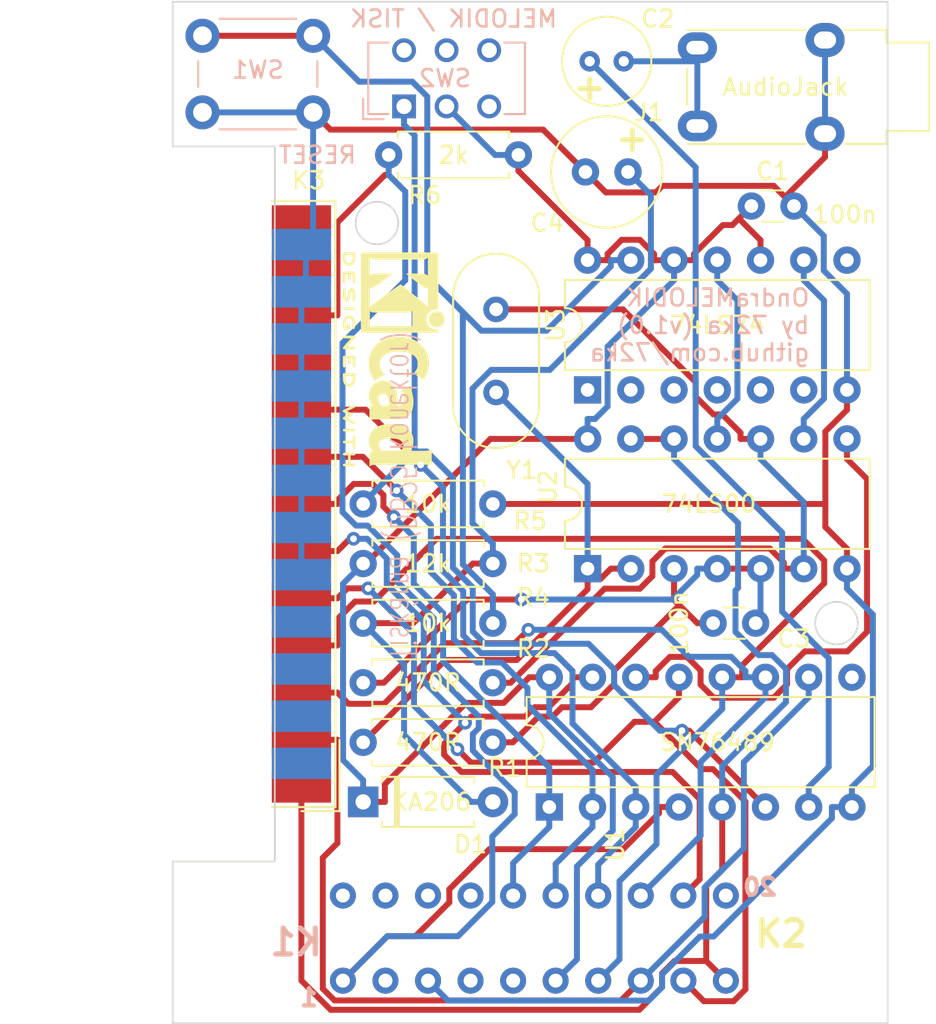
<source format=kicad_pcb>
(kicad_pcb (version 20211014) (generator pcbnew)
  (layers (0 "F.Cu" signal) (31 "B.Cu" signal) (34 "B.Paste" user) (35 "F.Paste" user) (36 "B.SilkS" user "B.Silkscreen") (37 "F.SilkS" user "F.Silkscreen") (38 "B.Mask" user) (39 "F.Mask" user) (44 "Edge.Cuts" user))
  (net 0 "")
  (net 1 "VCC")
  (net 2 "GND")
  (net 3 "Net-(C4-Pad1)")
  (net 4 "NON_STB")
  (net 5 "Net-(C2-Pad1)")
  (net 7 "Net-(U1-Pad14)")
  (net 8 "Net-(C2-Pad2)")
  (net 9 "BUSY")
  (net 10 "RES_IN")
  (net 11 "JOY_UP")
  (net 12 "JOY_COM")
  (net 13 "JOY_BTN")
  (net 14 "JOY_DOWN")
  (net 15 "JOY_LEFT")
  (net 16 "JOY_RIGHT")
  (net 17 "D2")
  (net 18 "D0")
  (net 19 "D3")
  (net 20 "D5")
  (net 21 "D6")
  (net 22 "D7")
  (net 23 "D1")
  (net 24 "D4")
  (net 25 "RES_OUT")
  (net 26 "Net-(C3-Pad1)")
  (net 27 "Net-(C3-Pad2)")
  (net 28 "Net-(R1-Pad1)")
  (net 29 "Net-(R2-Pad2)")
  (net 30 "Net-(R4-Pad2)")
  (net 31 "Net-(R5-Pad1)")
  (net 33 "Net-(U2-Pad9)")
  (net 34 "Net-(U2-Pad11)")
  (footprint "Package_DIP:DIP-14_W7.62mm" (layer "F.Cu") (at 81.375 128.8 90)
    (fp_text reference "U3")
    (fp_text value "74LS74")
  )
  (footprint "Resistor_THT:R_Axial_DIN0207_L6.3mm_D2.5mm_P7.62mm_Horizontal" (layer "F.Cu") (at 77.31 115 180)
    (fp_text reference "R6")
    (fp_text value "2k")
  )
  (footprint "Resistor_THT:R_Axial_DIN0207_L6.3mm_D2.5mm_P7.62mm_Horizontal" (layer "F.Cu") (at 68.19 146)
    (fp_text reference "R2")
    (fp_text value "470R")
  )
  (footprint "Resistor_THT:R_Axial_DIN0207_L6.3mm_D2.5mm_P7.62mm_Horizontal" (layer "F.Cu") (at 68.19 142.5)
    (fp_text reference "R4")
    (fp_text value "10k")
  )
  (footprint "Package_DIP:DIP-16_W7.62mm" (layer "F.Cu") (at 79.125 153.3 90)
    (fp_text reference "U1")
    (fp_text value "SN76489")
  )
  (footprint "Capacitor_THT:C_Radial_D6.3mm_H7.0mm_P2.50mm" (layer "F.Cu") (at 83.75 116 180)
    (fp_text reference "C4")
    (fp_text value "100uF/6,3V")
  )
  (footprint "Resistor_THT:R_Axial_DIN0207_L6.3mm_D2.5mm_P7.62mm_Horizontal" (layer "F.Cu") (at 68.19 135.5)
    (fp_text reference "R5")
    (fp_text value "10k")
  )
  (footprint "TESLA:TX5112011" (layer "F.Cu") (at 78.2503 165.4977)
    (fp_text reference "K2")
    (fp_text value "ONDRA_X1" hide)
  )
  (footprint "Capacitor_THT:C_Disc_D3.0mm_W1.6mm_P2.50mm" (layer "F.Cu") (at 91 118)
    (fp_text reference "C1")
    (fp_text value "100n")
  )
  (footprint "Connector_Dsub:DSUB-25_Female_EdgeMount_P2.77mm" (layer "F.Cu") (at 64.5625 135.5 -90)
    (fp_text reference "K3")
    (fp_text value "Printer (optional)")
  )
  (footprint "Package_DIP:DIP-14_W7.62mm" (layer "F.Cu") (at 81.375 139.3 90)
    (fp_text reference "U2")
    (fp_text value "74LS00")
  )
  (footprint "Resistor_THT:R_Axial_DIN0207_L6.3mm_D2.5mm_P7.62mm_Horizontal" (layer "F.Cu") (at 68.19 149.5)
    (fp_text reference "R1")
    (fp_text value "470R")
  )
  (footprint "Diode_THT:D_A-405_P7.62mm_Horizontal" (layer "F.Cu") (at 68.19 153)
    (fp_text reference "D1")
    (fp_text value "KA206")
  )
  (footprint "Resistor_THT:R_Axial_DIN0207_L6.3mm_D2.5mm_P7.62mm_Horizontal" (layer "F.Cu") (at 68.19 139)
    (fp_text reference "R3")
    (fp_text value "12k")
  )
  (footprint "Capacitor_THT:C_Radial_D5.0mm_H7.0mm_P2.00mm" (layer "F.Cu") (at 81.5 109.5)
    (fp_text reference "C2")
    (fp_text value "4,7uF/50V")
  )
  (footprint "Symbol:KiCad-Logo2_5mm_SilkScreen" (layer "F.Cu") (at 70 127 -90)
    (fp_text reference "REF**" hide)
    (fp_text value "KiCad-Logo2_5mm_SilkScreen" hide)
  )
  (footprint "Capacitor_THT:C_Disc_D3.0mm_W1.6mm_P2.50mm" (layer "F.Cu") (at 88.75 142.5)
    (fp_text reference "C3")
    (fp_text value "100n")
  )
  (footprint "Connector_Audio:Jack_3.5mm_Lumberg_1503_07_Horizontal" (layer "F.Cu") (at 95.325 108.25 -90)
    (fp_text reference "J1")
    (fp_text value "AudioJack")
  )
  (footprint "TESLA:TX5112011" (layer "F.Cu") (at 78.2503 165.4977)
    (fp_text reference "K1")
    (fp_text value "ONDRA_X1" hide)
  )
  (footprint "Crystal:Crystal_HC49-4H_Vertical" (layer "F.Cu") (at 76 128.95 90)
    (fp_text reference "Y1")
    (fp_text value "4MHz" hide)
  )
  (footprint "Button_Switch_THT:SW_PUSH_6mm" (layer "B.Cu") (at 65.25 108 180)
    (fp_text reference "SW1")
    (fp_text value "RESET")
  )
  (footprint "Button_Switch_THT:SW_CuK_JS202011CQN_DPDT_Straight" (layer "B.Cu") (at 70.5925 112.15)
    (fp_text reference "SW2")
    (fp_text value "MELODIK / TISK")
  )
  (gr_line (start 57 166) (end 57 156.5) (layer "Edge.Cuts") (width 0.1))
  (gr_circle (center 96 142.5) (end 97.25 142.5) (layer "Edge.Cuts") (width 0.1) (fill none))
  (gr_line (start 99 166) (end 57 166) (layer "Edge.Cuts") (width 0.1))
  (gr_line (start 57 106) (end 57 114.5) (layer "Edge.Cuts") (width 0.1))
  (gr_circle (center 69 119) (end 70.25 119) (layer "Edge.Cuts") (width 0.1) (fill none))
  (gr_line (start 63 156.5) (end 57 156.5) (layer "Edge.Cuts") (width 0.1))
  (gr_line (start 99 106) (end 99 166) (layer "Edge.Cuts") (width 0.1))
  (gr_line (start 57 106) (end 99 106) (layer "Edge.Cuts") (width 0.1))
  (gr_line (start 57 114.5) (end 63 114.5) (layer "Edge.Cuts") (width 0.1))
  (gr_line (start 63 114.5) (end 63 156.5) (layer "Edge.Cuts") (width 0.1))
  (gr_text "OndraMELODIK\nby 72ka (v1.0)\ngithub.com/72ka" (at 94.5 125) (layer "B.SilkS") (effects (font (size 1 1)) (justify left mirror)))
  (gr_text "Tiskárna (DB25 konektor)" (at 70.5 135 -90) (layer "B.SilkS") (effects (font (size 1.5 1) (thickness 0.1)) (justify mirror)))
  (gr_text "20" (at 91.5 158) (layer "B.SilkS") (effects (font (size 1 1) (thickness 0.25)) (justify mirror)))
  (gr_text "1" (at 65 164.5) (layer "B.SilkS") (effects (font (size 1 1) (thickness 0.25)) (justify mirror)))
  (gr_text "+" (at 81.5 111) (layer "F.SilkS") (effects (font (size 1.5 1.5) (thickness 0.3))))
  (gr_text "+" (at 84 114) (layer "F.SilkS") (effects (font (size 1.5 1.5) (thickness 0.3))))
  (segment (start 86.455 121.18) (end 87.6303 121.18) (width 0.35) (layer "F.Cu") (net 1))
  (segment (start 82.5503 121.18) (end 82.5503 120.8127) (width 0.35) (layer "F.Cu") (net 1))
  (segment (start 89.8822 119.1178) (end 90.2652 118.7348) (width 0.35) (layer "F.Cu") (net 1))
  (segment (start 76.4453 147.1844) (end 74.2447 147.1844) (width 0.35) (layer "F.Cu") (net 1))
  (segment (start 87.6303 120.8104) (end 89.3229 119.1178) (width 0.35) (layer "F.Cu") (net 1))
  (segment (start 85.2797 120.8147) (end 85.2797 121.18) (width 0.35) (layer "F.Cu") (net 1))
  (segment (start 81.375 121.18) (end 82.5503 121.18) (width 0.35) (layer "F.Cu") (net 1))
  (segment (start 68.19 139) (end 68.3479 139) (width 0.35) (layer "F.Cu") (net 1))
  (segment (start 74.2447 147.1844) (end 69.4653 151.9638) (width 0.35) (layer "F.Cu") (net 1))
  (segment (start 68.3479 139) (end 75.6679 131.68) (width 0.35) (layer "F.Cu") (net 1))
  (segment (start 77.31 115.9397) (end 81.375 120.0047) (width 0.35) (layer "F.Cu") (net 1))
  (segment (start 77.9497 145.68) (end 76.4453 147.1844) (width 0.35) (layer "F.Cu") (net 1))
  (segment (start 79.125 145.68) (end 77.9497 145.68) (width 0.35) (layer "F.Cu") (net 1))
  (segment (start 87.6303 121.18) (end 87.6303 120.8104) (width 0.35) (layer "F.Cu") (net 1))
  (segment (start 82.5503 120.8127) (end 83.381 119.982) (width 0.35) (layer "F.Cu") (net 1))
  (segment (start 89.3229 119.1178) (end 89.8822 119.1178) (width 0.35) (layer "F.Cu") (net 1))
  (segment (start 83.381 119.982) (end 84.447 119.982) (width 0.35) (layer "F.Cu") (net 1))
  (segment (start 75.6679 131.68) (end 81.375 131.68) (width 0.35) (layer "F.Cu") (net 1))
  (segment (start 68.19 153) (end 69.4653 153) (width 0.35) (layer "F.Cu") (net 1))
  (segment (start 69.4653 151.9638) (end 69.4653 153) (width 0.35) (layer "F.Cu") (net 1))
  (segment (start 90.2652 118.7348) (end 91.535 120.0047) (width 0.35) (layer "F.Cu") (net 1))
  (segment (start 81.375 121.18) (end 81.375 120.0047) (width 0.35) (layer "F.Cu") (net 1))
  (segment (start 77.31 115) (end 77.31 115.9397) (width 0.35) (layer "F.Cu") (net 1))
  (segment (start 84.447 119.982) (end 85.2797 120.8147) (width 0.35) (layer "F.Cu") (net 1))
  (segment (start 90.2652 118.7348) (end 91 118) (width 0.35) (layer "F.Cu") (net 1))
  (segment (start 86.455 121.18) (end 85.2797 121.18) (width 0.35) (layer "F.Cu") (net 1))
  (segment (start 91.535 121.18) (end 91.535 120.0047) (width 0.35) (layer "F.Cu") (net 1))
  (segment (start 82.5503 126.26) (end 86.455 122.3553) (width 0.35) (layer "B.Cu") (net 1))
  (segment (start 67.0084 150.5431) (end 67.0084 140.1816) (width 0.35) (layer "B.Cu") (net 1))
  (segment (start 80.7497 162.249) (end 80.7497 156.7902) (width 0.35) (layer "B.Cu") (net 1))
  (segment (start 80.7497 156.7902) (end 82.8553 154.6846) (width 0.35) (layer "B.Cu") (net 1))
  (segment (start 82.8553 154.6846) (end 82.8553 151.5372) (width 0.35) (layer "B.Cu") (net 1))
  (segment (start 81.375 131.68) (end 81.375 130.5047) (width 0.35) (layer "B.Cu") (net 1))
  (segment (start 68.19 153) (end 68.19 151.7247) (width 0.35) (layer "B.Cu") (net 1))
  (segment (start 79.5 163.4987) (end 80.7497 162.249) (width 0.35) (layer "B.Cu") (net 1))
  (segment (start 82.8553 151.5372) (end 79.125 147.8069) (width 0.35) (layer "B.Cu") (net 1))
  (segment (start 81.375 130.5047) (end 81.8158 130.5047) (width 0.35) (layer "B.Cu") (net 1))
  (segment (start 81.8158 130.5047) (end 82.5503 129.7702) (width 0.35) (layer "B.Cu") (net 1))
  (segment (start 77.31 115) (end 75.9425 115) (width 0.35) (layer "B.Cu") (net 1))
  (segment (start 79.125 147.8069) (end 79.125 145.68) (width 0.35) (layer "B.Cu") (net 1))
  (segment (start 86.455 121.18) (end 86.455 122.3553) (width 0.35) (layer "B.Cu") (net 1))
  (segment (start 82.5503 129.7702) (end 82.5503 126.26) (width 0.35) (layer "B.Cu") (net 1))
  (segment (start 75.9425 115) (end 73.0925 112.15) (width 0.35) (layer "B.Cu") (net 1))
  (segment (start 67.0084 140.1816) (end 68.19 139) (width 0.35) (layer "B.Cu") (net 1))
  (segment (start 68.19 151.7247) (end 67.0084 150.5431) (width 0.35) (layer "B.Cu") (net 1))
  (segment (start 92.9752 117.4751) (end 92.3136 116.8136) (width 0.35) (layer "F.Cu") (net 2))
  (segment (start 96.615 138.1247) (end 95.345 136.8547) (width 0.35) (layer "F.Cu") (net 2))
  (segment (start 82.4497 117.1997) (end 81.25 116) (width 0.35) (layer "F.Cu") (net 2))
  (segment (start 81.25 116) (end 78.7606 113.5106) (width 0.35) (layer "F.Cu") (net 2))
  (segment (start 85.771 116.8136) (end 85.3849 117.1997) (width 0.35) (layer "F.Cu") (net 2))
  (segment (start 85.3849 117.1997) (end 82.4497 117.1997) (width 0.35) (layer "F.Cu") (net 2))
  (segment (start 96.615 128.8) (end 96.615 129.9753) (width 0.35) (layer "F.Cu") (net 2))
  (segment (start 95.345 136.8547) (end 95.345 135.5) (width 0.35) (layer "F.Cu") (net 2))
  (segment (start 95.345 131.2453) (end 96.615 129.9753) (width 0.35) (layer "F.Cu") (net 2))
  (segment (start 95.345 135.5) (end 75.81 135.5) (width 0.35) (layer "F.Cu") (net 2))
  (segment (start 92.3136 116.8136) (end 85.771 116.8136) (width 0.35) (layer "F.Cu") (net 2))
  (segment (start 95.325 113.75) (end 95.325 115.1253) (width 0.35) (layer "F.Cu") (net 2))
  (segment (start 78.7606 113.5106) (end 66.2606 113.5106) (width 0.35) (layer "F.Cu") (net 2))
  (segment (start 95.345 135.5) (end 95.345 131.2453) (width 0.35) (layer "F.Cu") (net 2))
  (segment (start 93.5 118) (end 92.9752 117.4751) (width 0.35) (layer "F.Cu") (net 2))
  (segment (start 95.325 115.1253) (end 92.9752 117.4751) (width 0.35) (layer "F.Cu") (net 2))
  (segment (start 96.615 139.3) (end 96.615 138.1247) (width 0.35) (layer "F.Cu") (net 2))
  (segment (start 66.2606 113.5106) (end 65.25 112.5) (width 0.35) (layer "F.Cu") (net 2))
  (segment (start 96.615 139.3) (end 96.615 140.4753) (width 0.35) (layer "B.Cu") (net 2))
  (segment (start 85.7509 163.1312) (end 87.9729 160.9092) (width 0.35) (layer "B.Cu") (net 2))
  (segment (start 65.25 112.5) (end 65.25 120.265) (width 0.35) (layer "B.Cu") (net 2))
  (segment (start 65.25 112.5) (end 58.75 112.5) (width 0.35) (layer "B.Cu") (net 2))
  (segment (start 96.905 153.3) (end 95.7297 153.3) (width 0.35) (layer "B.Cu") (net 2))
  (segment (start 88.7796 160.9092) (end 95.7297 153.9591) (width 0.35) (layer "B.Cu") (net 2))
  (segment (start 73.1724 164.6692) (end 84.9664 164.6692) (width 0.35) (layer "B.Cu") (net 2))
  (segment (start 72.0019 163.4987) (end 73.1724 164.6692) (width 0.35) (layer "B.Cu") (net 2))
  (segment (start 64.5625 123.2995) (end 64.5625 125.805) (width 0.35) (layer "B.Cu") (net 2))
  (segment (start 95.2504 119.7504) (end 95.2504 121.7898) (width 0.35) (layer "B.Cu") (net 2))
  (segment (start 64.5625 134.115) (end 64.5625 136.885) (width 0.35) (layer "B.Cu") (net 2))
  (segment (start 95.325 108.25) (end 95.325 113.75) (width 0.35) (layer "B.Cu") (net 2))
  (segment (start 98.1365 141.9968) (end 98.1365 150.8932) (width 0.35) (layer "B.Cu") (net 2))
  (segment (start 64.827 123.035) (end 64.5625 123.2995) (width 0.35) (layer "B.Cu") (net 2))
  (segment (start 96.905 153.3) (end 96.905 152.1247) (width 0.35) (layer "B.Cu") (net 2))
  (segment (start 84.9664 164.6692) (end 85.7509 163.8847) (width 0.35) (layer "B.Cu") (net 2))
  (segment (start 98.1365 150.8932) (end 96.905 152.1247) (width 0.35) (layer "B.Cu") (net 2))
  (segment (start 64.9063 120.265) (end 64.827 120.3443) (width 0.35) (layer "B.Cu") (net 2))
  (segment (start 64.827 120.3443) (end 64.827 123.035) (width 0.35) (layer "B.Cu") (net 2))
  (segment (start 64.5625 134.115) (end 64.5625 131.345) (width 0.35) (layer "B.Cu") (net 2))
  (segment (start 85.7509 163.8847) (end 85.7509 163.1312) (width 0.35) (layer "B.Cu") (net 2))
  (segment (start 64.5625 123.035) (end 64.827 123.035) (width 0.35) (layer "B.Cu") (net 2))
  (segment (start 96.615 123.1544) (end 96.615 128.8) (width 0.35) (layer "B.Cu") (net 2))
  (segment (start 64.5625 125.805) (end 64.5625 128.575) (width 0.35) (layer "B.Cu") (net 2))
  (segment (start 64.5625 136.885) (end 64.5625 139.655) (width 0.35) (layer "B.Cu") (net 2))
  (segment (start 64.9063 120.265) (end 65.25 120.265) (width 0.35) (layer "B.Cu") (net 2))
  (segment (start 64.5625 128.575) (end 64.5625 131.345) (width 0.35) (layer "B.Cu") (net 2))
  (segment (start 95.7297 153.9591) (end 95.7297 153.3) (width 0.35) (layer "B.Cu") (net 2))
  (segment (start 64.5625 120.265) (end 64.9063 120.265) (width 0.35) (layer "B.Cu") (net 2))
  (segment (start 87.9729 160.9092) (end 88.7796 160.9092) (width 0.35) (layer "B.Cu") (net 2))
  (segment (start 93.5 118) (end 95.2504 119.7504) (width 0.35) (layer "B.Cu") (net 2))
  (segment (start 95.2504 121.7898) (end 96.615 123.1544) (width 0.35) (layer "B.Cu") (net 2))
  (segment (start 96.615 140.4753) (end 98.1365 141.9968) (width 0.35) (layer "B.Cu") (net 2))
  (segment (start 68.19 142.5) (end 71.1347 142.5) (width 0.35) (layer "F.Cu") (net 3))
  (segment (start 75.81 139) (end 74.6347 139) (width 0.35) (layer "F.Cu") (net 3))
  (segment (start 71.1347 142.5) (end 74.6347 139) (width 0.35) (layer "F.Cu") (net 3))
  (segment (start 85.0953 121.6829) (end 85.0953 117.3453) (width 0.35) (layer "B.Cu") (net 3))
  (segment (start 70.5935 144.9035) (end 70.5935 149.0588) (width 0.35) (layer "B.Cu") (net 3))
  (segment (start 75.81 137.8247) (end 74.6144 136.6291) (width 0.35) (layer "B.Cu") (net 3))
  (segment (start 75.7115 127.6246) (end 79.1536 127.6246) (width 0.35) (layer "B.Cu") (net 3))
  (segment (start 68.19 142.5) (end 70.5935 144.9035) (width 0.35) (layer "B.Cu") (net 3))
  (segment (start 70.5935 149.0588) (end 74.5347 153) (width 0.35) (layer "B.Cu") (net 3))
  (segment (start 74.6144 136.6291) (end 74.6144 128.7217) (width 0.35) (layer "B.Cu") (net 3))
  (segment (start 79.1536 127.6246) (end 85.0953 121.6829) (width 0.35) (layer "B.Cu") (net 3))
  (segment (start 74.6144 128.7217) (end 75.7115 127.6246) (width 0.35) (layer "B.Cu") (net 3))
  (segment (start 75.81 139) (end 75.81 137.8247) (width 0.35) (layer "B.Cu") (net 3))
  (segment (start 85.0953 117.3453) (end 83.75 116) (width 0.35) (layer "B.Cu") (net 3))
  (segment (start 75.81 153) (end 74.5347 153) (width 0.35) (layer "B.Cu") (net 3))
  (segment (start 84.4151 165.2111) (end 66.2804 165.2111) (width 0.35) (layer "F.Cu") (net 4))
  (segment (start 86.4831 162.3436) (end 85.7509 163.0758) (width 0.35) (layer "F.Cu") (net 4))
  (segment (start 83.915 131.68) (end 86.455 131.68) (width 0.35) (layer "F.Cu") (net 4))
  (segment (start 89.285 153.3) (end 89.285 156.994) (width 0.35) (layer "F.Cu") (net 4))
  (segment (start 88.3449 157.9341) (end 88.3449 162.3436) (width 0.35) (layer "F.Cu") (net 4))
  (segment (start 89.285 156.994) (end 88.3449 157.9341) (width 0.35) (layer "F.Cu") (net 4))
  (segment (start 85.7509 163.8753) (end 84.4151 165.2111) (width 0.35) (layer "F.Cu") (net 4))
  (segment (start 66.2804 165.2111) (end 64.5625 163.4932) (width 0.35) (layer "F.Cu") (net 4))
  (segment (start 64.5625 163.4932) (end 64.5625 152.12) (width 0.35) (layer "F.Cu") (net 4))
  (segment (start 88.3449 162.3436) (end 86.4831 162.3436) (width 0.35) (layer "F.Cu") (net 4))
  (segment (start 85.7509 163.0758) (end 85.7509 163.8753) (width 0.35) (layer "F.Cu") (net 4))
  (segment (start 89.5 163.4987) (end 88.3449 162.3436) (width 0.35) (layer "F.Cu") (net 4))
  (segment (start 90.2149 140.4307) (end 90.2149 136.6152) (width 0.35) (layer "B.Cu") (net 4))
  (segment (start 89.285 153.3) (end 89.285 150.8887) (width 0.35) (layer "B.Cu") (net 4))
  (segment (start 89.285 150.8887) (end 93.0314 147.1423) (width 0.35) (layer "B.Cu") (net 4))
  (segment (start 90.0645 140.5811) (end 90.2149 140.4307) (width 0.35) (layer "B.Cu") (net 4))
  (segment (start 93.0314 145.1923) (end 92.2166 144.3775) (width 0.35) (layer "B.Cu") (net 4))
  (segment (start 92.2166 144.3775) (end 91.4295 144.3775) (width 0.35) (layer "B.Cu") (net 4))
  (segment (start 90.0645 143.0125) (end 90.0645 140.5811) (width 0.35) (layer "B.Cu") (net 4))
  (segment (start 86.455 131.68) (end 86.455 132.8553) (width 0.35) (layer "B.Cu") (net 4))
  (segment (start 93.0314 147.1423) (end 93.0314 145.1923) (width 0.35) (layer "B.Cu") (net 4))
  (segment (start 91.4295 144.3775) (end 90.0645 143.0125) (width 0.35) (layer "B.Cu") (net 4))
  (segment (start 90.2149 136.6152) (end 86.455 132.8553) (width 0.35) (layer "B.Cu") (net 4))
  (segment (start 94.365 153.3) (end 94.365 152.1247) (width 0.35) (layer "B.Cu") (net 5))
  (segment (start 81.5 109.5) (end 87.725 115.725) (width 0.35) (layer "B.Cu") (net 5))
  (segment (start 95.5404 150.9493) (end 94.365 152.1247) (width 0.35) (layer "B.Cu") (net 5))
  (segment (start 95.5404 144.5561) (end 95.5404 150.9493) (width 0.35) (layer "B.Cu") (net 5))
  (segment (start 92.8049 137.1835) (end 92.8049 141.8206) (width 0.35) (layer "B.Cu") (net 5))
  (segment (start 92.8049 141.8206) (end 95.5404 144.5561) (width 0.35) (layer "B.Cu") (net 5))
  (segment (start 87.725 115.725) (end 87.725 132.1036) (width 0.35) (layer "B.Cu") (net 5))
  (segment (start 87.725 132.1036) (end 92.8049 137.1835) (width 0.35) (layer "B.Cu") (net 5))
  (segment (start 88.7829 146.8806) (end 92.3083 146.8806) (width 0.35) (layer "F.Cu") (net 7))
  (segment (start 87.2159 144.4824) (end 88.015 145.2815) (width 0.35) (layer "F.Cu") (net 7))
  (segment (start 93.095 146.0939) (end 93.095 145.1999) (width 0.35) (layer "F.Cu") (net 7))
  (segment (start 97.7938 143.007) (end 97.7938 134.0341) (width 0.35) (layer "F.Cu") (net 7))
  (segment (start 84.205 145.68) (end 85.3803 145.68) (width 0.35) (layer "F.Cu") (net 7))
  (segment (start 96.6419 144.1589) (end 97.7938 143.007) (width 0.35) (layer "F.Cu") (net 7))
  (segment (start 88.015 146.1127) (end 88.7829 146.8806) (width 0.35) (layer "F.Cu") (net 7))
  (segment (start 88.015 145.2815) (end 88.015 146.1127) (width 0.35) (layer "F.Cu") (net 7))
  (segment (start 96.615 131.68) (end 96.615 132.8553) (width 0.35) (layer "F.Cu") (net 7))
  (segment (start 85.3803 145.3127) (end 86.2106 144.4824) (width 0.35) (layer "F.Cu") (net 7))
  (segment (start 93.095 145.1999) (end 94.136 144.1589) (width 0.35) (layer "F.Cu") (net 7))
  (segment (start 86.2106 144.4824) (end 87.2159 144.4824) (width 0.35) (layer "F.Cu") (net 7))
  (segment (start 94.136 144.1589) (end 96.6419 144.1589) (width 0.35) (layer "F.Cu") (net 7))
  (segment (start 92.3083 146.8806) (end 93.095 146.0939) (width 0.35) (layer "F.Cu") (net 7))
  (segment (start 97.7938 134.0341) (end 96.615 132.8553) (width 0.35) (layer "F.Cu") (net 7))
  (segment (start 85.3803 145.68) (end 85.3803 145.3127) (width 0.35) (layer "F.Cu") (net 7))
  (segment (start 87.825 108.7) (end 87.825 109.5) (width 0.35) (layer "B.Cu") (net 8))
  (segment (start 87.825 109.5) (end 83.5 109.5) (width 0.35) (layer "B.Cu") (net 8))
  (segment (start 87.825 109.5) (end 87.825 113.3) (width 0.35) (layer "B.Cu") (net 8))
  (segment (start 83.4563 155.7787) (end 85.5697 153.6653) (width 0.35) (layer "F.Cu") (net 9))
  (segment (start 85.5697 153.6653) (end 85.5697 153.3) (width 0.35) (layer "F.Cu") (net 9))
  (segment (start 64.5625 124.42) (end 66.6778 124.42) (width 0.35) (layer "F.Cu") (net 9))
  (segment (start 67.0006 163.4987) (end 69.6123 160.887) (width 0.35) (layer "F.Cu") (net 9))
  (segment (start 69.4696 116.1753) (end 66.6778 118.9671) (width 0.35) (layer "F.Cu") (net 9))
  (segment (start 69.69 116.1753) (end 69.4696 116.1753) (width 0.35) (layer "F.Cu") (net 9))
  (segment (start 73.2516 158.9017) (end 73.2516 158.1321) (width 0.35) (layer "F.Cu") (net 9))
  (segment (start 69.6123 160.887) (end 71.2663 160.887) (width 0.35) (layer "F.Cu") (net 9))
  (segment (start 71.2663 160.887) (end 73.2516 158.9017) (width 0.35) (layer "F.Cu") (net 9))
  (segment (start 66.6778 118.9671) (end 66.6778 124.42) (width 0.35) (layer "F.Cu") (net 9))
  (segment (start 73.2516 158.1321) (end 75.605 155.7787) (width 0.35) (layer "F.Cu") (net 9))
  (segment (start 75.605 155.7787) (end 83.4563 155.7787) (width 0.35) (layer "F.Cu") (net 9))
  (segment (start 69.69 115) (end 69.69 116.1753) (width 0.35) (layer "F.Cu") (net 9))
  (segment (start 86.745 153.3) (end 85.5697 153.3) (width 0.35) (layer "F.Cu") (net 9))
  (segment (start 77.0922 153.7184) (end 75.7761 155.0345) (width 0.35) (layer "B.Cu") (net 9))
  (segment (start 69.69 116.1753) (end 70.6629 117.1482) (width 0.35) (layer "B.Cu") (net 9))
  (segment (start 68.4516 136.7698) (end 70.1882 138.5064) (width 0.35) (layer "B.Cu") (net 9))
  (segment (start 77.0922 152.4444) (end 77.0922 153.7184) (width 0.35) (layer "B.Cu") (net 9))
  (segment (start 74.6347 149.9869) (end 77.0922 152.4444) (width 0.35) (layer "B.Cu") (net 9))
  (segment (start 75.7761 158.8765) (end 73.7655 160.8871) (width 0.35) (layer "B.Cu") (net 9))
  (segment (start 74.9789 147.9805) (end 74.9789 148.6689) (width 0.35) (layer "B.Cu") (net 9))
  (segment (start 72.3388 145.3404) (end 74.9789 147.9805) (width 0.35) (layer "B.Cu") (net 9))
  (segment (start 69.69 115) (end 69.69 116.1753) (width 0.35) (layer "B.Cu") (net 9))
  (segment (start 66.9771 126.0475) (end 66.9771 135.9763) (width 0.35) (layer "B.Cu") (net 9))
  (segment (start 66.9771 135.9763) (end 67.7706 136.7698) (width 0.35) (layer "B.Cu") (net 9))
  (segment (start 73.7655 160.8871) (end 69.6122 160.8871) (width 0.35) (layer "B.Cu") (net 9))
  (segment (start 69.6122 160.8871) (end 67.0006 163.4987) (width 0.35) (layer "B.Cu") (net 9))
  (segment (start 72.3388 142.2136) (end 72.3388 145.3404) (width 0.35) (layer "B.Cu") (net 9))
  (segment (start 74.9789 148.6689) (end 74.6347 149.0131) (width 0.35) (layer "B.Cu") (net 9))
  (segment (start 75.7761 155.0345) (end 75.7761 158.8765) (width 0.35) (layer "B.Cu") (net 9))
  (segment (start 70.6629 117.1482) (end 70.6629 122.3617) (width 0.35) (layer "B.Cu") (net 9))
  (segment (start 67.7706 136.7698) (end 68.4516 136.7698) (width 0.35) (layer "B.Cu") (net 9))
  (segment (start 70.6629 122.3617) (end 66.9771 126.0475) (width 0.35) (layer "B.Cu") (net 9))
  (segment (start 74.6347 149.0131) (end 74.6347 149.9869) (width 0.35) (layer "B.Cu") (net 9))
  (segment (start 70.1882 138.5064) (end 70.1882 140.063) (width 0.35) (layer "B.Cu") (net 9))
  (segment (start 70.1882 140.063) (end 72.3388 142.2136) (width 0.35) (layer "B.Cu") (net 9))
  (segment (start 67.7106 141.2311) (end 66.6778 142.2639) (width 0.35) (layer "F.Cu") (net 17))
  (segment (start 66.6778 142.2639) (end 66.6778 143.81) (width 0.35) (layer "F.Cu") (net 17))
  (segment (start 68.8148 141.2311) (end 67.7106 141.2311) (width 0.35) (layer "F.Cu") (net 17))
  (segment (start 95.2795 138.8229) (end 94.0044 137.5478) (width 0.35) (layer "F.Cu") (net 17))
  (segment (start 95.2795 140.1577) (end 95.2795 138.8229) (width 0.35) (layer "F.Cu") (net 17))
  (segment (start 64.5625 143.81) (end 66.6778 143.81) (width 0.35) (layer "F.Cu") (net 17))
  (segment (start 89.285 145.68) (end 90.4603 145.68) (width 0.35) (layer "F.Cu") (net 17))
  (segment (start 90.4603 145.68) (end 90.4603 144.9769) (width 0.35) (layer "F.Cu") (net 17))
  (segment (start 72.4981 137.5478) (end 68.8148 141.2311) (width 0.35) (layer "F.Cu") (net 17))
  (segment (start 94.0044 137.5478) (end 72.4981 137.5478) (width 0.35) (layer "F.Cu") (net 17))
  (segment (start 90.4603 144.9769) (end 95.2795 140.1577) (width 0.35) (layer "F.Cu") (net 17))
  (segment (start 85.4261 151.4039) (end 89.285 147.545) (width 0.35) (layer "B.Cu") (net 17))
  (segment (start 89.285 147.545) (end 89.285 146.8553) (width 0.35) (layer "B.Cu") (net 17))
  (segment (start 81.9993 163.4987) (end 83.2503 162.2477) (width 0.35) (layer "B.Cu") (net 17))
  (segment (start 83.2503 162.2477) (end 83.2503 157.6547) (width 0.35) (layer "B.Cu") (net 17))
  (segment (start 83.2503 157.6547) (end 85.4261 155.4789) (width 0.35) (layer "B.Cu") (net 17))
  (segment (start 89.285 145.68) (end 89.285 146.8553) (width 0.35) (layer "B.Cu") (net 17))
  (segment (start 85.4261 155.4789) (end 85.4261 151.4039) (width 0.35) (layer "B.Cu") (net 17))
  (segment (start 83.3392 164.6607) (end 66.5084 164.6607) (width 0.35) (layer "F.Cu") (net 18))
  (segment (start 64.5625 149.35) (end 66.6778 149.35) (width 0.35) (layer "F.Cu") (net 18))
  (segment (start 84.5012 163.4987) (end 83.3392 164.6607) (width 0.35) (layer "F.Cu") (net 18))
  (segment (start 65.8182 156.2805) (end 66.6778 155.4209) (width 0.35) (layer "F.Cu") (net 18))
  (segment (start 66.5084 164.6607) (end 65.8182 163.9705) (width 0.35) (layer "F.Cu") (net 18))
  (segment (start 66.6778 155.4209) (end 66.6778 149.35) (width 0.35) (layer "F.Cu") (net 18))
  (segment (start 65.8182 163.9705) (end 65.8182 156.2805) (width 0.35) (layer "F.Cu") (net 18))
  (segment (start 90.555 150.6653) (end 94.365 146.8553) (width 0.35) (layer "B.Cu") (net 18))
  (segment (start 88.2503 158.0294) (end 90.555 155.7247) (width 0.35) (layer "B.Cu") (net 18))
  (segment (start 88.2503 159.7496) (end 88.2503 158.0294) (width 0.35) (layer "B.Cu") (net 18))
  (segment (start 84.5012 163.4987) (end 88.2503 159.7496) (width 0.35) (layer "B.Cu") (net 18))
  (segment (start 90.555 155.7247) (end 90.555 150.6653) (width 0.35) (layer "B.Cu") (net 18))
  (segment (start 94.365 145.68) (end 94.365 146.8553) (width 0.35) (layer "B.Cu") (net 18))
  (segment (start 90.6496 164.0124) (end 90.6496 152.9812) (width 0.35) (layer "F.Cu") (net 19))
  (segment (start 86.745 145.68) (end 86.745 146.8553) (width 0.35) (layer "F.Cu") (net 19))
  (segment (start 74.5176 150.6907) (end 73.7339 149.907) (width 0.35) (layer "F.Cu") (net 19))
  (segment (start 89.9569 164.7051) (end 90.6496 164.0124) (width 0.35) (layer "F.Cu") (net 19))
  (segment (start 81.7343 150.6907) (end 74.5176 150.6907) (width 0.35) (layer "F.Cu") (net 19))
  (segment (start 88.207 164.7051) (end 89.9569 164.7051) (width 0.35) (layer "F.Cu") (net 19))
  (segment (start 85.3039 148.2964) (end 85.3038 148.2964) (width 0.35) (layer "F.Cu") (net 19))
  (segment (start 87.0006 163.4987) (end 88.207 164.7051) (width 0.35) (layer "F.Cu") (net 19))
  (segment (start 85.3039 148.2964) (end 86.745 146.8553) (width 0.35) (layer "F.Cu") (net 19))
  (segment (start 64.5625 141.04) (end 66.6778 141.04) (width 0.35) (layer "F.Cu") (net 19))
  (segment (start 68.4841 140.4557) (end 67.2621 140.4557) (width 0.35) (layer "F.Cu") (net 19))
  (segment (start 88.745 151.0766) (end 88.084 151.0766) (width 0.35) (layer "F.Cu") (net 19))
  (segment (start 67.2621 140.4557) (end 66.6778 141.04) (width 0.35) (layer "F.Cu") (net 19))
  (segment (start 90.6496 152.9812) (end 88.745 151.0766) (width 0.35) (layer "F.Cu") (net 19))
  (segment (start 85.3038 148.2964) (end 84.1286 148.2964) (width 0.35) (layer "F.Cu") (net 19))
  (segment (start 84.1286 148.2964) (end 81.7343 150.6907) (width 0.35) (layer "F.Cu") (net 19))
  (segment (start 88.084 151.0766) (end 85.3039 148.2964) (width 0.35) (layer "F.Cu") (net 19))
  (via (at 73.7339 149.907) (size 0.8) (drill 0.4) (layers "F.Cu" "B.Cu") (net 19))
  (via (at 68.4841 140.4557) (size 0.8) (drill 0.4) (layers "F.Cu" "B.Cu") (net 19))
  (segment (start 68.4841 140.4557) (end 71.1773 143.1489) (width 0.35) (layer "B.Cu") (net 19))
  (segment (start 71.1773 143.1489) (end 71.1773 147.3504) (width 0.35) (layer "B.Cu") (net 19))
  (segment (start 71.1773 147.3504) (end 73.7339 149.907) (width 0.35) (layer "B.Cu") (net 19))
  (segment (start 69.3805 134.9757) (end 68.7294 134.3246) (width 0.35) (layer "F.Cu") (net 20))
  (segment (start 67.6327 134.3246) (end 66.6778 135.2795) (width 0.35) (layer "F.Cu") (net 20))
  (segment (start 68.7294 134.3246) (end 67.6327 134.3246) (width 0.35) (layer "F.Cu") (net 20))
  (segment (start 69.3805 135.6547) (end 69.3805 134.9757) (width 0.35) (layer "F.Cu") (net 20))
  (segment (start 69.9886 136.2628) (end 69.3805 135.6547) (width 0.35) (layer "F.Cu") (net 20))
  (segment (start 66.6778 135.2795) (end 66.6778 135.5) (width 0.35) (layer "F.Cu") (net 20))
  (segment (start 64.5625 135.5) (end 66.6778 135.5) (width 0.35) (layer "F.Cu") (net 20))
  (via (at 69.9886 136.2628) (size 0.8) (drill 0.4) (layers "F.Cu" "B.Cu") (net 20))
  (segment (start 71.1624 137.4366) (end 71.1624 140.1789) (width 0.35) (layer "B.Cu") (net 20))
  (segment (start 79.125 150.9821) (end 79.125 153.3) (width 0.35) (layer "B.Cu") (net 20))
  (segment (start 77.0006 156.5997) (end 79.125 154.4753) (width 0.35) (layer "B.Cu") (net 20))
  (segment (start 77.0006 158.5) (end 77.0006 156.5997) (width 0.35) (layer "B.Cu") (net 20))
  (segment (start 79.125 153.3) (end 79.125 154.4753) (width 0.35) (layer "B.Cu") (net 20))
  (segment (start 69.9886 136.2628) (end 71.1624 137.4366) (width 0.35) (layer "B.Cu") (net 20))
  (segment (start 71.1624 140.1789) (end 72.8892 141.9057) (width 0.35) (layer "B.Cu") (net 20))
  (segment (start 72.8892 141.9057) (end 72.8892 144.7463) (width 0.35) (layer "B.Cu") (net 20))
  (segment (start 72.8892 144.7463) (end 79.125 150.9821) (width 0.35) (layer "B.Cu") (net 20))
  (segment (start 68.1737 132.73) (end 64.5625 132.73) (width 0.35) (layer "F.Cu") (net 21))
  (segment (start 70.1559 134.7122) (end 68.1737 132.73) (width 0.35) (layer "F.Cu") (net 21))
  (via (at 70.1559 134.7122) (size 0.8) (drill 0.4) (layers "F.Cu" "B.Cu") (net 21))
  (segment (start 73.5198 143.4442) (end 74.8856 144.81) (width 0.35) (layer "B.Cu") (net 21))
  (segment (start 77.8432 147.3034) (end 81.665 151.1252) (width 0.35) (layer "B.Cu") (net 21))
  (segment (start 81.665 151.1252) (end 81.665 153.3) (width 0.35) (layer "B.Cu") (net 21))
  (segment (start 72.1678 136.7241) (end 72.1678 139.5037) (width 0.35) (layer "B.Cu") (net 21))
  (segment (start 73.5198 140.8557) (end 73.5198 143.4442) (width 0.35) (layer "B.Cu") (net 21))
  (segment (start 72.1678 139.5037) (end 73.5198 140.8557) (width 0.35) (layer "B.Cu") (net 21))
  (segment (start 76.3362 144.81) (end 77.8432 146.317) (width 0.35) (layer "B.Cu") (net 21))
  (segment (start 77.8432 146.317) (end 77.8432 147.3034) (width 0.35) (layer "B.Cu") (net 21))
  (segment (start 74.8856 144.81) (end 76.3362 144.81) (width 0.35) (layer "B.Cu") (net 21))
  (segment (start 79.5 158.5) (end 79.5 156.6403) (width 0.35) (layer "B.Cu") (net 21))
  (segment (start 79.5 156.6403) (end 81.665 154.4753) (width 0.35) (layer "B.Cu") (net 21))
  (segment (start 70.1559 134.7122) (end 72.1678 136.7241) (width 0.35) (layer "B.Cu") (net 21))
  (segment (start 81.665 153.3) (end 81.665 154.4753) (width 0.35) (layer "B.Cu") (net 21))
  (segment (start 68.3299 129.96) (end 64.5625 129.96) (width 0.35) (layer "F.Cu") (net 22))
  (segment (start 71.5742 133.2043) (end 68.3299 129.96) (width 0.35) (layer "F.Cu") (net 22))
  (via (at 71.5742 133.2043) (size 0.8) (drill 0.4) (layers "F.Cu" "B.Cu") (net 22))
  (segment (start 72.8792 134.5093) (end 72.8792 139.4368) (width 0.35) (layer "B.Cu") (net 22))
  (segment (start 84.205 153.3) (end 84.205 154.4753) (width 0.35) (layer "B.Cu") (net 22))
  (segment (start 75.1136 144.2597) (end 79.4351 144.2597) (width 0.35) (layer "B.Cu") (net 22))
  (segment (start 74.0702 143.2163) (end 75.1136 144.2597) (width 0.35) (layer "B.Cu") (net 22))
  (segment (start 81.9993 156.681) (end 84.205 154.4753) (width 0.35) (layer "B.Cu") (net 22))
  (segment (start 74.0702 140.6278) (end 74.0702 143.2163) (width 0.35) (layer "B.Cu") (net 22))
  (segment (start 72.8792 139.4368) (end 74.0702 140.6278) (width 0.35) (layer "B.Cu") (net 22))
  (segment (start 84.205 153.3) (end 84.205 152.1247) (width 0.35) (layer "B.Cu") (net 22))
  (segment (start 80.4896 148.3932) (end 84.205 152.1086) (width 0.35) (layer "B.Cu") (net 22))
  (segment (start 80.4896 145.3142) (end 80.4896 148.3932) (width 0.35) (layer "B.Cu") (net 22))
  (segment (start 81.9993 158.5) (end 81.9993 156.681) (width 0.35) (layer "B.Cu") (net 22))
  (segment (start 71.5742 133.2043) (end 72.8792 134.5093) (width 0.35) (layer "B.Cu") (net 22))
  (segment (start 84.205 152.1086) (end 84.205 152.1247) (width 0.35) (layer "B.Cu") (net 22))
  (segment (start 79.4351 144.2597) (end 80.4896 145.3142) (width 0.35) (layer "B.Cu") (net 22))
  (segment (start 72.982 143.6753) (end 69.4192 147.2381) (width 0.35) (layer "F.Cu") (net 23))
  (segment (start 69.4192 147.2381) (end 67.3359 147.2381) (width 0.35) (layer "F.Cu") (net 23))
  (segment (start 77.8959 142.8904) (end 77.111 143.6753) (width 0.35) (layer "F.Cu") (net 23))
  (segment (start 77.111 143.6753) (end 72.982 143.6753) (width 0.35) (layer "F.Cu") (net 23))
  (segment (start 67.3359 147.2381) (end 66.6778 146.58) (width 0.35) (layer "F.Cu") (net 23))
  (segment (start 64.5625 146.58) (end 66.6778 146.58) (width 0.35) (layer "F.Cu") (net 23))
  (via (at 77.8959 142.8904) (size 0.8) (drill 0.4) (layers "F.Cu" "B.Cu") (net 23))
  (segment (start 84.5012 158.5) (end 88.015 154.9862) (width 0.35) (layer "B.Cu") (net 23))
  (segment (start 89.8112 144.4762) (end 87.3157 144.4762) (width 0.35) (layer "B.Cu") (net 23))
  (segment (start 88.015 150.6653) (end 91.825 146.8553) (width 0.35) (layer "B.Cu") (net 23))
  (segment (start 87.3157 144.4762) (end 85.7299 142.8904) (width 0.35) (layer "B.Cu") (net 23))
  (segment (start 91.825 145.68) (end 90.6497 145.68) (width 0.35) (layer "B.Cu") (net 23))
  (segment (start 91.825 145.68) (end 91.825 146.8553) (width 0.35) (layer "B.Cu") (net 23))
  (segment (start 90.6497 145.3147) (end 89.8112 144.4762) (width 0.35) (layer "B.Cu") (net 23))
  (segment (start 88.015 154.9862) (end 88.015 150.6653) (width 0.35) (layer "B.Cu") (net 23))
  (segment (start 90.6497 145.68) (end 90.6497 145.3147) (width 0.35) (layer "B.Cu") (net 23))
  (segment (start 85.7299 142.8904) (end 77.8959 142.8904) (width 0.35) (layer "B.Cu") (net 23))
  (segment (start 80.4897 146.0342) (end 79.0859 147.438) (width 0.35) (layer "F.Cu") (net 24))
  (segment (start 67.4027 137.5451) (end 66.6778 138.27) (width 0.35) (layer "F.Cu") (net 24))
  (segment (start 80.4897 145.68) (end 80.4897 146.0342) (width 0.35) (layer "F.Cu") (net 24))
  (segment (start 73.963 151.241) (end 86.3691 151.241) (width 0.35) (layer "F.Cu") (net 24))
  (segment (start 74.5456 147.9883) (end 74.1779 148.356) (width 0.35) (layer "F.Cu") (net 24))
  (segment (start 64.5625 138.27) (end 66.6778 138.27) (width 0.35) (layer "F.Cu") (net 24))
  (segment (start 87.9599 152.8318) (end 87.9599 157.5407) (width 0.35) (layer "F.Cu") (net 24))
  (segment (start 72.9461 149.5878) (end 72.9461 150.2241) (width 0.35) (layer "F.Cu") (net 24))
  (segment (start 87.9599 157.5407) (end 87.0006 158.5) (width 0.35) (layer "F.Cu") (net 24))
  (segment (start 67.6244 137.5451) (end 67.4027 137.5451) (width 0.35) (layer "F.Cu") (net 24))
  (segment (start 77.7187 147.9883) (end 74.5456 147.9883) (width 0.35) (layer "F.Cu") (net 24))
  (segment (start 81.665 145.68) (end 80.4897 145.68) (width 0.35) (layer "F.Cu") (net 24))
  (segment (start 78.269 147.438) (end 77.7187 147.9883) (width 0.35) (layer "F.Cu") (net 24))
  (segment (start 74.1779 148.356) (end 72.9461 149.5878) (width 0.35) (layer "F.Cu") (net 24))
  (segment (start 72.9461 150.2241) (end 73.963 151.241) (width 0.35) (layer "F.Cu") (net 24))
  (segment (start 79.0859 147.438) (end 78.269 147.438) (width 0.35) (layer "F.Cu") (net 24))
  (segment (start 86.3691 151.241) (end 87.9599 152.8318) (width 0.35) (layer "F.Cu") (net 24))
  (via (at 74.1779 148.356) (size 0.8) (drill 0.4) (layers "F.Cu" "B.Cu") (net 24))
  (via (at 67.6244 137.5451) (size 0.8) (drill 0.4) (layers "F.Cu" "B.Cu") (net 24))
  (segment (start 71.7483 145.9264) (end 74.1779 148.356) (width 0.35) (layer "B.Cu") (net 24))
  (segment (start 71.7483 142.4014) (end 71.7483 145.9264) (width 0.35) (layer "B.Cu") (net 24))
  (segment (start 68.4212 137.5451) (end 69.5774 138.7013) (width 0.35) (layer "B.Cu") (net 24))
  (segment (start 69.5774 140.2305) (end 71.7483 142.4014) (width 0.35) (layer "B.Cu") (net 24))
  (segment (start 69.5774 138.7013) (end 69.5774 140.2305) (width 0.35) (layer "B.Cu") (net 24))
  (segment (start 67.6244 137.5451) (end 68.4212 137.5451) (width 0.35) (layer "B.Cu") (net 24))
  (segment (start 75.81 149.5) (end 76.9853 149.5) (width 0.35) (layer "F.Cu") (net 26))
  (segment (start 82.935 146.0782) (end 81.5752 147.438) (width 0.35) (layer "F.Cu") (net 26))
  (segment (start 79.3184 147.9883) (end 78.4971 147.9883) (width 0.35) (layer "F.Cu") (net 26))
  (segment (start 77.1446 149.3408) (end 77.1445 149.3408) (width 0.35) (layer "F.Cu") (net 26))
  (segment (start 79.8687 147.438) (end 79.3184 147.9883) (width 0.35) (layer "F.Cu") (net 26))
  (segment (start 82.935 145.2808) (end 82.935 146.0782) (width 0.35) (layer "F.Cu") (net 26))
  (segment (start 86.455 139.3) (end 86.455 140.4753) (width 0.35) (layer "F.Cu") (net 26))
  (segment (start 81.5752 147.438) (end 79.8687 147.438) (width 0.35) (layer "F.Cu") (net 26))
  (segment (start 88.75 142.5) (end 87.8197 142.5) (width 0.35) (layer "F.Cu") (net 26))
  (segment (start 86.455 141.1353) (end 86.455 140.4753) (width 0.35) (layer "F.Cu") (net 26))
  (segment (start 86.7678 141.448) (end 82.935 145.2808) (width 0.35) (layer "F.Cu") (net 26))
  (segment (start 77.1445 149.3408) (end 76.9853 149.5) (width 0.35) (layer "F.Cu") (net 26))
  (segment (start 87.8197 142.5) (end 86.7678 141.448) (width 0.35) (layer "F.Cu") (net 26))
  (segment (start 78.4971 147.9883) (end 77.1446 149.3408) (width 0.35) (layer "F.Cu") (net 26))
  (segment (start 86.7678 141.448) (end 86.455 141.1353) (width 0.35) (layer "F.Cu") (net 26))
  (segment (start 91.535 139.3) (end 88.995 139.3) (width 0.35) (layer "F.Cu") (net 27))
  (segment (start 74.2922 141.111) (end 69.4032 146) (width 0.35) (layer "F.Cu") (net 27))
  (segment (start 69.4032 146) (end 68.19 146) (width 0.35) (layer "F.Cu") (net 27))
  (segment (start 77.4881 141.111) (end 74.2922 141.111) (width 0.35) (layer "F.Cu") (net 27))
  (via (at 77.4881 141.111) (size 0.8) (drill 0.4) (layers "F.Cu" "B.Cu") (net 27))
  (segment (start 86.374 141.111) (end 87.8197 139.6653) (width 0.35) (layer "B.Cu") (net 27))
  (segment (start 87.8197 139.6653) (end 87.8197 139.3) (width 0.35) (layer "B.Cu") (net 27))
  (segment (start 91.535 142.215) (end 91.535 139.3) (width 0.35) (layer "B.Cu") (net 27))
  (segment (start 91.25 142.5) (end 91.535 142.215) (width 0.35) (layer "B.Cu") (net 27))
  (segment (start 88.995 139.3) (end 87.8197 139.3) (width 0.35) (layer "B.Cu") (net 27))
  (segment (start 77.4881 141.111) (end 86.374 141.111) (width 0.35) (layer "B.Cu") (net 27))
  (segment (start 81.375 139.8876) (end 82.1521 139.8876) (width 0.35) (layer "F.Cu") (net 28))
  (segment (start 68.19 149.5) (end 73.0271 144.6629) (width 0.35) (layer "F.Cu") (net 28))
  (segment (start 82.1521 139.8876) (end 82.7397 139.3) (width 0.35) (layer "F.Cu") (net 28))
  (segment (start 73.0271 144.6629) (end 77.2199 144.6629) (width 0.35) (layer "F.Cu") (net 28))
  (segment (start 81.375 139.8876) (end 81.375 140.4753) (width 0.35) (layer "F.Cu") (net 28))
  (segment (start 83.915 139.3) (end 82.7397 139.3) (width 0.35) (layer "F.Cu") (net 28))
  (segment (start 77.2199 144.6629) (end 81.375 140.5078) (width 0.35) (layer "F.Cu") (net 28))
  (segment (start 81.375 139.3) (end 81.375 139.8876) (width 0.35) (layer "F.Cu") (net 28))
  (segment (start 81.375 140.5078) (end 81.375 140.4753) (width 0.35) (layer "F.Cu") (net 28))
  (segment (start 81.375 134.325) (end 81.375 139.3) (width 0.35) (layer "B.Cu") (net 28))
  (segment (start 76 128.95) (end 81.375 134.325) (width 0.35) (layer "B.Cu") (net 28))
  (segment (start 76.8513 146) (end 75.81 146) (width 0.35) (layer "F.Cu") (net 29))
  (segment (start 91.535 131.68) (end 90.3597 131.68) (width 0.35) (layer "F.Cu") (net 29))
  (segment (start 85.185 139.7365) (end 84.4461 140.4754) (width 0.35) (layer "F.Cu") (net 29))
  (segment (start 87.725 129.1983) (end 88.7667 130.24) (width 0.35) (layer "F.Cu") (net 29))
  (segment (start 94.075 139.3) (end 92.8997 139.3) (width 0.35) (layer "F.Cu") (net 29))
  (segment (start 92.8997 139.3) (end 92.8997 138.9327) (width 0.35) (layer "F.Cu") (net 29))
  (segment (start 84.4461 140.4754) (end 82.3759 140.4754) (width 0.35) (layer "F.Cu") (net 29))
  (segment (start 87.725 128.3449) (end 87.725 129.1983) (width 0.35) (layer "F.Cu") (net 29))
  (segment (start 88.7667 130.24) (end 89.285 130.24) (width 0.35) (layer "F.Cu") (net 29))
  (segment (start 85.185 138.8698) (end 85.185 139.7365) (width 0.35) (layer "F.Cu") (net 29))
  (segment (start 92.8997 138.9327) (end 92.0818 138.1148) (width 0.35) (layer "F.Cu") (net 29))
  (segment (start 82.3759 140.4754) (end 76.8513 146) (width 0.35) (layer "F.Cu") (net 29))
  (segment (start 90.3597 131.3147) (end 90.3597 131.68) (width 0.35) (layer "F.Cu") (net 29))
  (segment (start 85.94 138.1148) (end 85.185 138.8698) (width 0.35) (layer "F.Cu") (net 29))
  (segment (start 92.0818 138.1148) (end 85.94 138.1148) (width 0.35) (layer "F.Cu") (net 29))
  (segment (start 76 124.07) (end 83.4501 124.07) (width 0.35) (layer "F.Cu") (net 29))
  (segment (start 89.285 130.24) (end 90.3597 131.3147) (width 0.35) (layer "F.Cu") (net 29))
  (segment (start 83.4501 124.07) (end 87.725 128.3449) (width 0.35) (layer "F.Cu") (net 29))
  (segment (start 94.075 135.3953) (end 94.075 139.3) (width 0.35) (layer "B.Cu") (net 29))
  (segment (start 91.535 132.8553) (end 94.075 135.3953) (width 0.35) (layer "B.Cu") (net 29))
  (segment (start 91.535 131.68) (end 91.535 132.8553) (width 0.35) (layer "B.Cu") (net 29))
  (segment (start 65.25 108) (end 58.75 108) (width 0.35) (layer "F.Cu") (net 30))
  (segment (start 67.9447 110.6947) (end 65.25 108) (width 0.35) (layer "B.Cu") (net 30))
  (segment (start 78.964 125.321) (end 75.1331 125.321) (width 0.35) (layer "B.Cu") (net 30))
  (segment (start 72.65605 122.84395) (end 71.9564 122.1443) (width 0.35) (layer "B.Cu") (net 30))
  (segment (start 75.81 140.8109) (end 74.0469 139.0478) (width 0.35) (layer "B.Cu") (net 30))
  (segment (start 82.7397 121.5453) (end 78.964 125.321) (width 0.35) (layer "B.Cu") (net 30))
  (segment (start 74.15605 124.34395) (end 72.65605 122.84395) (width 0.35) (layer "B.Cu") (net 30))
  (segment (start 71.9564 122.1443) (end 71.9564 111.5732) (width 0.35) (layer "B.Cu") (net 30))
  (segment (start 74.0469 139.0478) (end 74.0469 124.9531) (width 0.35) (layer "B.Cu") (net 30))
  (segment (start 74.0469 124.9531) (end 74.0469 124.4531) (width 0.35) (layer "B.Cu") (net 30))
  (segment (start 74.0469 124.4531) (end 74.15605 124.34395) (width 0.35) (layer "B.Cu") (net 30))
  (segment (start 75.1331 125.321) (end 74.15605 124.34395) (width 0.35) (layer "B.Cu") (net 30))
  (segment (start 71.9564 111.5732) (end 71.0779 110.6947) (width 0.35) (layer "B.Cu") (net 30))
  (segment (start 74.0469 124.9531) (end 74.0469 124.2348) (width 0.35) (layer "B.Cu") (net 30))
  (segment (start 71.0779 110.6947) (end 67.9447 110.6947) (width 0.35) (layer "B.Cu") (net 30))
  (segment (start 83.915 121.18) (end 82.7397 121.18) (width 0.35) (layer "B.Cu") (net 30))
  (segment (start 74.0469 124.2348) (end 72.65605 122.84395) (width 0.35) (layer "B.Cu") (net 30))
  (segment (start 82.7397 121.18) (end 82.7397 121.5453) (width 0.35) (layer "B.Cu") (net 30))
  (segment (start 75.81 142.5) (end 75.81 140.8109) (width 0.35) (layer "B.Cu") (net 30))
  (segment (start 86.9187 148.8148) (end 87.3398 148.8148) (width 0.35) (layer "F.Cu") (net 31))
  (segment (start 87.3398 148.8148) (end 91.825 153.3) (width 0.35) (layer "F.Cu") (net 31))
  (via (at 86.9187 148.8148) (size 0.8) (drill 0.4) (layers "F.Cu" "B.Cu") (net 31))
  (segment (start 73.4628 139.2421) (end 74.6275 140.4068) (width 0.35) (layer "B.Cu") (net 31))
  (segment (start 74.6275 140.4068) (end 74.6275 142.9953) (width 0.35) (layer "B.Cu") (net 31))
  (segment (start 81.4312 143.7093) (end 82.935 145.2131) (width 0.35) (layer "B.Cu") (net 31))
  (segment (start 71.9164 132.4182) (end 73.4628 133.9646) (width 0.35) (layer "B.Cu") (net 31))
  (segment (start 71.2134 132.4182) (end 68.19 135.4416) (width 0.35) (layer "B.Cu") (net 31))
  (segment (start 85.6128 148.8148) (end 86.9187 148.8148) (width 0.35) (layer "B.Cu") (net 31))
  (segment (start 68.19 135.4416) (end 68.19 135.5) (width 0.35) (layer "B.Cu") (net 31))
  (segment (start 70.5925 112.15) (end 70.5925 113.2253) (width 0.35) (layer "B.Cu") (net 31))
  (segment (start 82.935 145.2131) (end 82.935 146.137) (width 0.35) (layer "B.Cu") (net 31))
  (segment (start 71.2134 132.4182) (end 71.9164 132.4182) (width 0.35) (layer "B.Cu") (net 31))
  (segment (start 71.2134 113.8462) (end 71.2134 132.4182) (width 0.35) (layer "B.Cu") (net 31))
  (segment (start 74.6275 142.9953) (end 75.3415 143.7093) (width 0.35) (layer "B.Cu") (net 31))
  (segment (start 75.3415 143.7093) (end 81.4312 143.7093) (width 0.35) (layer "B.Cu") (net 31))
  (segment (start 70.5925 113.2253) (end 71.2134 113.8462) (width 0.35) (layer "B.Cu") (net 31))
  (segment (start 82.935 146.137) (end 85.6128 148.8148) (width 0.35) (layer "B.Cu") (net 31))
  (segment (start 73.4628 133.9646) (end 73.4628 139.2421) (width 0.35) (layer "B.Cu") (net 31))
  (segment (start 94.075 130.5047) (end 95.2656 129.3141) (width 0.35) (layer "B.Cu") (net 33))
  (segment (start 95.2656 123.5459) (end 94.075 122.3553) (width 0.35) (layer "B.Cu") (net 33))
  (segment (start 95.2656 129.3141) (end 95.2656 123.5459) (width 0.35) (layer "B.Cu") (net 33))
  (segment (start 94.075 121.18) (end 94.075 122.3553) (width 0.35) (layer "B.Cu") (net 33))
  (segment (start 94.075 131.68) (end 94.075 130.5047) (width 0.35) (layer "B.Cu") (net 33))
  (segment (start 88.995 131.68) (end 88.995 130.5047) (width 0.35) (layer "B.Cu") (net 34))
  (segment (start 88.995 121.18) (end 88.995 122.3553) (width 0.35) (layer "B.Cu") (net 34))
  (segment (start 90.1794 123.5397) (end 88.995 122.3553) (width 0.35) (layer "B.Cu") (net 34))
  (segment (start 90.1794 129.3203) (end 90.1794 123.5397) (width 0.35) (layer "B.Cu") (net 34))
  (segment (start 88.995 130.5047) (end 90.1794 129.3203) (width 0.35) (layer "B.Cu") (net 34))
)
</source>
